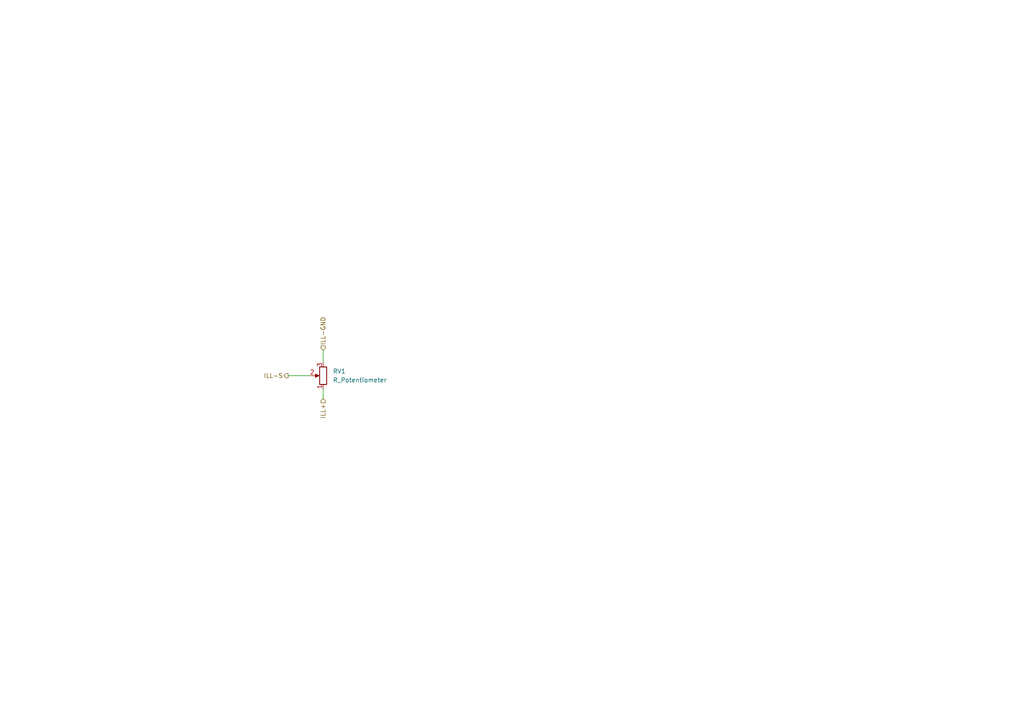
<source format=kicad_sch>
(kicad_sch (version 20211123) (generator eeschema)
  (paper "A4")
  (lib_symbols
    (symbol "Device:R_Potentiometer" (pin_names (offset 1.016) hide)
      (property "Reference" "RV" (at -4.445 0 90))
      (property "Value" "R_Potentiometer" (at -2.54 0 90))
      (symbol "R_Potentiometer_0_1"
        (polyline (pts (xy 2.54 0) (xy 1.524 0)))
        (polyline (pts (xy 1.143 0) (xy 2.286 0.508) (xy 2.286 -0.508) (xy 1.143 0)) (fill (type outline)))
        (rectangle (start 1.016 2.54) (end -1.016 -2.54) (stroke (width 0.254)))
      )
      (symbol "R_Potentiometer_1_1"
        (pin passive line (at 0 3.81 270) (length 1.27) (name "1") (number "1"))
        (pin passive line (at 3.81 0 180) (length 1.27) (name "2") (number "2"))
        (pin passive line (at 0 -3.81 90) (length 1.27) (name "3") (number "3"))
      )
    )
  )
  (wire (pts (xy 93.726 112.776) (xy 93.726 115.57)))
  (wire (pts (xy 83.566 108.966) (xy 89.916 108.966)))
  (wire (pts (xy 93.726 101.6) (xy 93.726 105.156)))
  (hierarchical_label "ILL+" (shape input) (at 93.726 115.57 270))
  (hierarchical_label "ILL-GND" (shape input) (at 93.726 101.6 90))
  (hierarchical_label "ILL-S" (shape output) (at 83.566 108.966 180))
  (symbol (lib_id "Device:R_Potentiometer") (at 93.726 108.966 180) (unit 1)
    (property "Reference" "RV1" (at 96.52 107.6959 0) (effects (justify right)))
    (property "Value" "R_Potentiometer" (at 96.52 110.2359 0) (effects (justify right)))
  )
)
</source>
